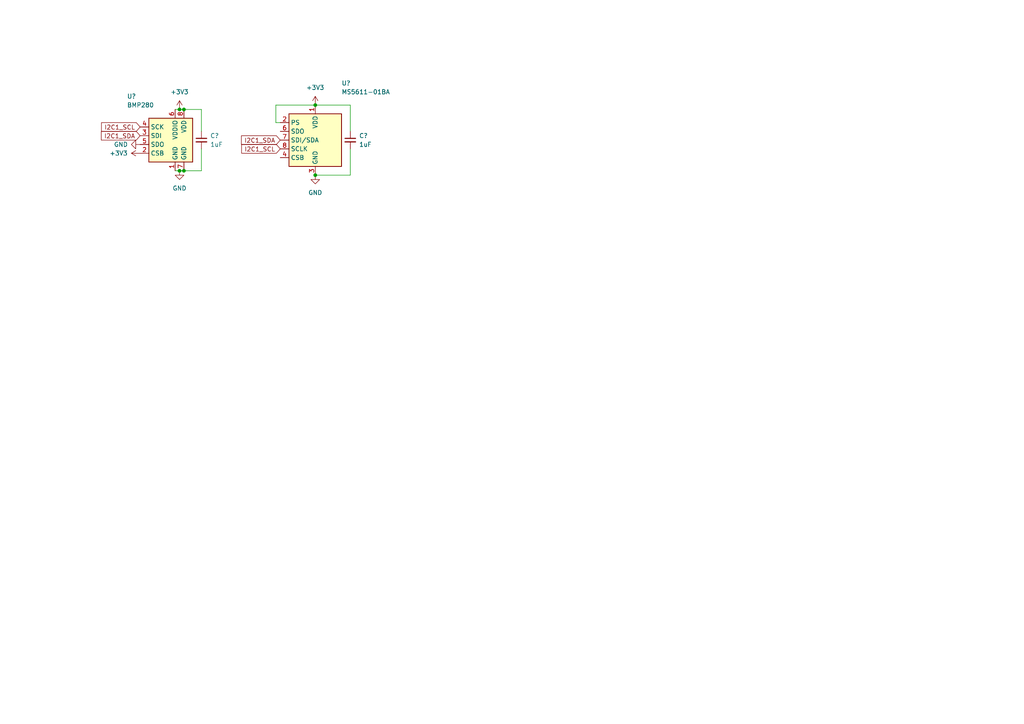
<source format=kicad_sch>
(kicad_sch (version 20211123) (generator eeschema)
  (paper "A4")
  (lib_symbols
    (symbol "Device:C_Small" (pin_numbers hide) (pin_names (offset 0.254) hide)
      (property "Reference" "C" (at 0.254 1.778 0))
      (property "Value" "C_Small" (at 0.254 -2.032 0))
      (symbol "C_Small_0_1"
        (polyline (pts (xy -1.524 -0.508) (xy 1.524 -0.508)) (stroke (width 0.3302)))
        (polyline (pts (xy -1.524 0.508) (xy 1.524 0.508)) (stroke (width 0.3048)))
      )
      (symbol "C_Small_1_1"
        (pin passive line (at 0 2.54 270) (length 2.032) (name "~") (number "1"))
        (pin passive line (at 0 -2.54 90) (length 2.032) (name "~") (number "2"))
      )
    )
    (symbol "Sensor_Pressure:BMP280"
      (property "Reference" "U" (at -7.62 10.16 0))
      (property "Value" "BMP280" (at 5.08 10.16 0))
      (symbol "BMP280_0_1"
        (rectangle (start -7.62 -5.08) (end 5.08 7.62) (stroke (width 0.254)) (fill (type background)))
      )
      (symbol "BMP280_1_1"
        (pin power_in line (at 0 -7.62 90) (length 2.54) (name "GND") (number "1"))
        (pin input line (at -10.16 -2.54 0) (length 2.54) (name "CSB") (number "2"))
        (pin bidirectional line (at -10.16 2.54 0) (length 2.54) (name "SDI") (number "3"))
        (pin input line (at -10.16 5.08 0) (length 2.54) (name "SCK") (number "4"))
        (pin bidirectional line (at -10.16 0 0) (length 2.54) (name "SDO") (number "5"))
        (pin power_in line (at 0 10.16 270) (length 2.54) (name "VDDIO") (number "6"))
        (pin power_in line (at 2.54 -7.62 90) (length 2.54) (name "GND") (number "7"))
        (pin power_in line (at 2.54 10.16 270) (length 2.54) (name "VDD") (number "8"))
      )
    )
    (symbol "Sensor_Pressure:MS5611-01BA"
      (property "Reference" "U" (at -6.35 8.89 0))
      (property "Value" "MS5611-01BA" (at 7.62 8.89 0))
      (symbol "MS5611-01BA_0_1"
        (rectangle (start -7.62 7.62) (end 7.62 -7.62) (stroke (width 0.254)) (fill (type background)))
      )
      (symbol "MS5611-01BA_1_1"
        (pin power_in line (at 0 10.16 270) (length 2.54) (name "VDD") (number "1"))
        (pin input line (at -10.16 5.08 0) (length 2.54) (name "PS") (number "2"))
        (pin power_in line (at 0 -10.16 90) (length 2.54) (name "GND") (number "3"))
        (pin input line (at -10.16 -5.08 0) (length 2.54) (name "CSB") (number "4"))
        (pin input line (at -10.16 -5.08 0) (length 2.54) hide (name "CSB") (number "5"))
        (pin output line (at -10.16 2.54 0) (length 2.54) (name "SDO") (number "6"))
        (pin bidirectional line (at -10.16 0 0) (length 2.54) (name "SDI/SDA") (number "7"))
        (pin input line (at -10.16 -2.54 0) (length 2.54) (name "SCLK") (number "8"))
      )
    )
    (symbol "power:+3V3" (power) (pin_names (offset 0))
      (property "Value" "+3V3" (at 0 3.556 0))
      (symbol "+3V3_0_1"
        (polyline (pts (xy -0.762 1.27) (xy 0 2.54)))
        (polyline (pts (xy 0 0) (xy 0 2.54)))
        (polyline (pts (xy 0 2.54) (xy 0.762 1.27)))
      )
      (symbol "+3V3_1_1"
        (pin power_in line (at 0 0 90) (length 0) hide (name "+3V3") (number "1"))
      )
    )
    (symbol "power:GND" (power) (pin_names (offset 0))
      (property "Value" "GND" (at 0 -3.81 0))
      (symbol "GND_0_1"
        (polyline (pts (xy 0 0) (xy 0 -1.27) (xy 1.27 -1.27) (xy 0 -2.54) (xy -1.27 -1.27) (xy 0 -1.27)))
      )
      (symbol "GND_1_1"
        (pin power_in line (at 0 0 270) (length 0) hide (name "GND") (number "1"))
      )
    )
  )
  (junction (at 52.07 49.53))
  (junction (at 53.34 49.53))
  (junction (at 53.34 31.75))
  (junction (at 52.07 31.75))
  (junction (at 91.44 30.48))
  (junction (at 91.44 50.8))
  (wire (pts (xy 53.34 31.75) (xy 58.42 31.75)))
  (wire (pts (xy 80.01 35.56) (xy 81.28 35.56)))
  (wire (pts (xy 50.8 31.75) (xy 52.07 31.75)))
  (wire (pts (xy 101.6 30.48) (xy 101.6 38.1)))
  (wire (pts (xy 52.07 31.75) (xy 53.34 31.75)))
  (wire (pts (xy 58.42 49.53) (xy 53.34 49.53)))
  (wire (pts (xy 101.6 43.18) (xy 101.6 50.8)))
  (wire (pts (xy 58.42 38.1) (xy 58.42 31.75)))
  (wire (pts (xy 52.07 49.53) (xy 53.34 49.53)))
  (wire (pts (xy 91.44 30.48) (xy 80.01 30.48)))
  (wire (pts (xy 101.6 50.8) (xy 91.44 50.8)))
  (wire (pts (xy 80.01 30.48) (xy 80.01 35.56)))
  (wire (pts (xy 50.8 49.53) (xy 52.07 49.53)))
  (wire (pts (xy 91.44 30.48) (xy 101.6 30.48)))
  (wire (pts (xy 58.42 43.18) (xy 58.42 49.53)))
  (global_label "I2C1_SCL" (shape input) (at 40.64 36.83 180) (property "Intersheet References" "${INTERSHEET_REFS}" (effects hide)))
  (global_label "I2C1_SDA" (shape input) (at 81.28 40.64 180) (property "Intersheet References" "${INTERSHEET_REFS}" (effects hide)))
  (global_label "I2C1_SDA" (shape input) (at 40.64 39.37 180) (property "Intersheet References" "${INTERSHEET_REFS}" (effects hide)))
  (global_label "I2C1_SCL" (shape input) (at 81.28 43.18 180) (property "Intersheet References" "${INTERSHEET_REFS}" (effects hide)))
  (symbol (lib_id "Device:C_Small") (at 101.6 40.64 0) (unit 1)
    (property "Reference" "C?" (at 104.14 39.3762 0) (effects (justify left)))
    (property "Value" "1uF" (at 104.14 41.9162 0) (effects (justify left)))
  )
  (symbol (lib_id "power:+3V3") (at 91.44 30.48 0) (unit 1)
    (property "Reference" "#PWR?" (effects hide))
    (property "Value" "+3V3" (at 91.44 25.4 0))
  )
  (symbol (lib_id "power:+3V3") (at 40.64 44.45 90) (unit 1)
    (property "Reference" "#PWR?" (effects hide))
    (property "Value" "+3V3" (at 31.75 44.45 90) (effects (justify right)))
  )
  (symbol (lib_id "power:GND") (at 91.44 50.8 0) (unit 1)
    (property "Reference" "#PWR?" (effects hide))
    (property "Value" "GND" (at 91.44 55.88 0))
  )
  (symbol (lib_id "Sensor_Pressure:BMP280") (at 50.8 41.91 0) (unit 1)
    (property "Reference" "U?" (at 36.83 27.94 0) (effects (justify left)))
    (property "Value" "BMP280" (at 36.83 30.48 0) (effects (justify left)))
    (property "Footprint" "Package_LGA:Bosch_LGA-8_2x2.5mm_P0.65mm_ClockwisePinNumbering" (effects hide))
    (property "Datasheet" "https://ae-bst.resource.bosch.com/media/_tech/media/datasheets/BST-BMP280-DS001.pdf" (effects hide))
  )
  (symbol (lib_id "power:GND") (at 40.64 41.91 270) (unit 1)
    (property "Reference" "#PWR?" (effects hide))
    (property "Value" "GND" (at 33.02 41.91 90) (effects (justify left)))
  )
  (symbol (lib_id "power:GND") (at 52.07 49.53 0) (unit 1)
    (property "Reference" "#PWR?" (effects hide))
    (property "Value" "GND" (at 52.07 54.61 0))
  )
  (symbol (lib_id "Device:C_Small") (at 58.42 40.64 0) (unit 1)
    (property "Reference" "C?" (at 60.96 39.3762 0) (effects (justify left)))
    (property "Value" "1uF" (at 60.96 41.9162 0) (effects (justify left)))
  )
  (symbol (lib_id "Sensor_Pressure:MS5611-01BA") (at 91.44 40.64 0) (unit 1)
    (property "Reference" "U?" (at 99.06 24.13 0) (effects (justify left)))
    (property "Value" "MS5611-01BA" (at 99.06 26.67 0) (effects (justify left)))
    (property "Footprint" "Package_LGA:LGA-8_3x5mm_P1.25mm" (effects hide))
    (property "Datasheet" "https://www.te.com/commerce/DocumentDelivery/DDEController?Action=srchrtrv&DocNm=MS5611-01BA03&DocType=Data+Sheet&DocLang=English" (effects hide))
  )
  (symbol (lib_id "power:+3V3") (at 52.07 31.75 0) (unit 1)
    (property "Reference" "#PWR?" (effects hide))
    (property "Value" "+3V3" (at 52.07 26.67 0))
  )
)
</source>
